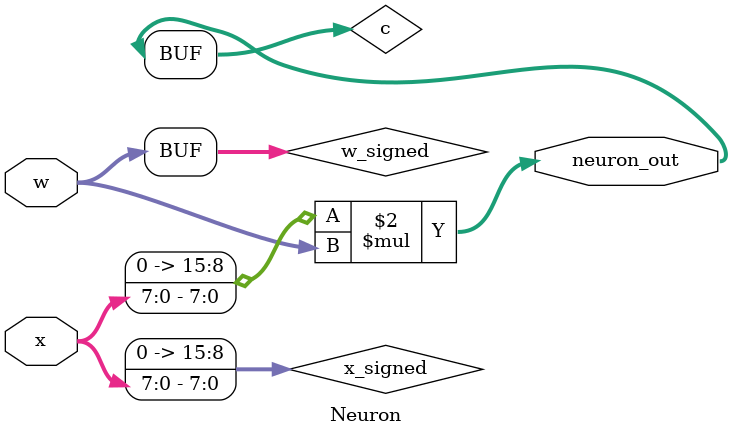
<source format=v>

`resetall
`timescale 1ns/10ps
module Neuron(x,w,neuron_out) ;
	input [7:0] x;
	input [15:0] w;
	output [31:0] neuron_out;
	
	reg signed [15:0] x_signed; 
  reg signed [15:0] w_signed;
	reg signed [31:0] c;
	
	always @(*) begin : MAIN_BLOCK
	 x_signed = {8'h00, x};
	 w_signed = w;
	 c = x_signed * w_signed;
	end
	
	assign neuron_out = c;
	
// ### Please start your Verilog code here ### 

endmodule

</source>
